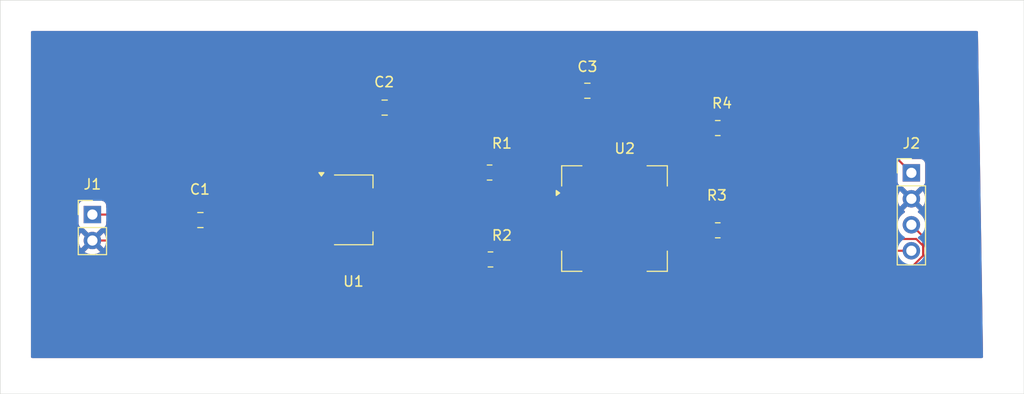
<source format=kicad_pcb>
(kicad_pcb (version 20241229) (generator "pcbnew") (generator_version "9.0")
  (layers (0 "F.Cu" signal) (2 "B.Cu" signal) (13 "F.Paste" user) (15 "B.Paste" user) (5 "F.SilkS" user "F.Silkscreen") (7 "B.SilkS" user "B.Silkscreen") (1 "F.Mask" user) (3 "B.Mask" user) (25 "Edge.Cuts" user))
  (net 0 "")
  (net 1 "Net-(J1-Pin_1)")
  (net 2 "GND")
  (net 3 "+3.3V")
  (net 4 "Net-(J2-Pin_4)")
  (net 5 "Net-(J2-Pin_3)")
  (net 6 "Net-(U1-VO)")
  (footprint "Capacitor_SMD:C_0805_2012Metric" (layer "F.Cu") (at 130.05 101.5)
    (property "Reference" "C2" (at -0.05 -2.5 0) (layer "F.SilkS"))
    (property "Value" "10uF")
    (fp_line (start -0.261252 -0.735) (end 0.261252 -0.735) (stroke (width 0.12)) (layer "F.SilkS"))
    (fp_line (start -0.261252 0.735) (end 0.261252 0.735) (stroke (width 0.12)) (layer "F.SilkS"))
    (pad "1" smd roundrect (at -0.95 0) (size 1 1.45) (layers "F.Cu" "F.Mask" "F.Paste") (net 2 "GND"))
    (pad "2" smd roundrect (at 0.95 0) (size 1 1.45) (layers "F.Cu" "F.Mask" "F.Paste") (net 3 "+3.3V"))
  )
  (footprint "Resistor_SMD:R_0805_2012Metric" (layer "F.Cu") (at 162.5875 113.5)
    (property "Reference" "R3" (at -0.0875 -3.42 0) (layer "F.SilkS"))
    (property "Value" "4.7k")
    (fp_line (start -0.227064 -0.735) (end 0.227064 -0.735) (stroke (width 0.12)) (layer "F.SilkS"))
    (fp_line (start -0.227064 0.735) (end 0.227064 0.735) (stroke (width 0.12)) (layer "F.SilkS"))
    (pad "1" smd roundrect (at -0.9125 0) (size 1.025 1.4) (layers "F.Cu" "F.Mask" "F.Paste") (roundrect_rratio 0.243902) (net 3 "+3.3V"))
    (pad "2" smd roundrect (at 0.9125 0) (size 1.025 1.4) (layers "F.Cu" "F.Mask" "F.Paste") (roundrect_rratio 0.243902) (net 4 "Net-(J2-Pin_4)"))
  )
  (footprint "Capacitor_SMD:C_0805_2012Metric" (layer "F.Cu") (at 112.05 112.5)
    (property "Reference" "C1" (at -0.05 -3 0) (layer "F.SilkS"))
    (property "Value" "10uF")
    (fp_line (start -0.261252 -0.735) (end 0.261252 -0.735) (stroke (width 0.12)) (layer "F.SilkS"))
    (fp_line (start -0.261252 0.735) (end 0.261252 0.735) (stroke (width 0.12)) (layer "F.SilkS"))
    (pad "1" smd roundrect (at -0.95 0) (size 1 1.45) (layers "F.Cu" "F.Mask" "F.Paste") (net 1 "Net-(J1-Pin_1)"))
    (pad "2" smd roundrect (at 0.95 0) (size 1 1.45) (layers "F.Cu" "F.Mask" "F.Paste") (net 2 "GND"))
  )
  (footprint "Package_TO_SOT_SMD:SOT-223-3_TabPin2" (layer "F.Cu") (at 127 111.5)
    (property "Reference" "U1" (at 0 7 0) (layer "F.SilkS"))
    (property "Value" "LM317_SOT-223")
    (fp_line (start -1.85 -3.41) (end 1.91 -3.41) (stroke (width 0.12)) (layer "F.SilkS"))
    (fp_line (start -1.85 3.41) (end 1.91 3.41) (stroke (width 0.12)) (layer "F.SilkS"))
    (fp_line (start 1.91 -3.41) (end 1.91 -2.15) (stroke (width 0.12)) (layer "F.SilkS"))
    (fp_line (start 1.91 3.41) (end 1.91 2.15) (stroke (width 0.12)) (layer "F.SilkS"))
    (fp_poly (pts (xy -3.13 -3.31) (xy -3.37 -3.64) (xy -2.89 -3.64) (xy -3.13 -3.31)) (stroke (width 0.12)) (fill yes) (layer "F.SilkS"))
    (pad "1" smd roundrect (at -3.15 -2.3) (size 2 1.5) (layers "F.Cu" "F.Mask" "F.Paste") (net 3 "+3.3V"))
    (pad "2" smd roundrect (at -3.15 0) (size 2 1.5) (layers "F.Cu" "F.Mask" "F.Paste") (net 6 "Net-(U1-VO)"))
    (pad "2" smd roundrect (at 3.15 0) (size 2 3.8) (layers "F.Cu" "F.Mask" "F.Paste") (net 6 "Net-(U1-VO)"))
    (pad "3" smd roundrect (at -3.15 2.3) (size 2 1.5) (layers "F.Cu" "F.Mask" "F.Paste") (net 1 "Net-(J1-Pin_1)"))
  )
  (footprint "Connector_PinHeader_2.54mm:PinHeader_1x02_P2.54mm_Vertical" (layer "F.Cu") (at 101.5 111.96)
    (property "Reference" "J1" (at 0 -2.96 0) (layer "F.SilkS"))
    (property "Value" "Conn_01x02")
    (fp_line (start -1.38 -1.38) (end 0 -1.38) (stroke (width 0.12)) (layer "F.SilkS"))
    (fp_line (start -1.38 0) (end -1.38 -1.38) (stroke (width 0.12)) (layer "F.SilkS"))
    (fp_line (start -1.38 1.27) (end -1.38 3.92) (stroke (width 0.12)) (layer "F.SilkS"))
    (fp_line (start -1.38 1.27) (end 1.38 1.27) (stroke (width 0.12)) (layer "F.SilkS"))
    (fp_line (start -1.38 3.92) (end 1.38 3.92) (stroke (width 0.12)) (layer "F.SilkS"))
    (fp_line (start 1.38 1.27) (end 1.38 3.92) (stroke (width 0.12)) (layer "F.SilkS"))
    (pad "1" thru_hole rect (at 0 0) (size 1.7 1.7) (drill 1) (layers "*.Cu" "*.Mask") (net 1 "Net-(J1-Pin_1)"))
    (pad "2" thru_hole circle (at 0 2.54) (size 1.7 1.7) (drill 1) (layers "*.Cu" "*.Mask") (net 2 "GND"))
  )
  (footprint "Capacitor_SMD:C_0805_2012Metric" (layer "F.Cu") (at 149.85 99.85)
    (property "Reference" "C3" (at 0 -2.35 0) (layer "F.SilkS"))
    (property "Value" "10uF")
    (fp_line (start -0.261252 -0.735) (end 0.261252 -0.735) (stroke (width 0.12)) (layer "F.SilkS"))
    (fp_line (start -0.261252 0.735) (end 0.261252 0.735) (stroke (width 0.12)) (layer "F.SilkS"))
    (pad "1" smd roundrect (at -0.95 0) (size 1 1.45) (layers "F.Cu" "F.Mask" "F.Paste") (net 3 "+3.3V"))
    (pad "2" smd roundrect (at 0.95 0) (size 1 1.45) (layers "F.Cu" "F.Mask" "F.Paste") (net 2 "GND"))
  )
  (footprint "Connector_PinHeader_2.54mm:PinHeader_1x04_P2.54mm_Vertical" (layer "F.Cu") (at 181.5 107.88)
    (property "Reference" "J2" (at 0 -2.88 0) (layer "F.SilkS"))
    (property "Value" "Conn_01x04")
    (fp_line (start -1.38 -1.38) (end 0 -1.38) (stroke (width 0.12)) (layer "F.SilkS"))
    (fp_line (start -1.38 0) (end -1.38 -1.38) (stroke (width 0.12)) (layer "F.SilkS"))
    (fp_line (start -1.38 1.27) (end -1.38 9) (stroke (width 0.12)) (layer "F.SilkS"))
    (fp_line (start -1.38 1.27) (end 1.38 1.27) (stroke (width 0.12)) (layer "F.SilkS"))
    (fp_line (start -1.38 9) (end 1.38 9) (stroke (width 0.12)) (layer "F.SilkS"))
    (fp_line (start 1.38 1.27) (end 1.38 9) (stroke (width 0.12)) (layer "F.SilkS"))
    (pad "1" thru_hole rect (at 0 0) (size 1.7 1.7) (drill 1) (layers "*.Cu" "*.Mask") (net 3 "+3.3V"))
    (pad "2" thru_hole circle (at 0 2.54) (size 1.7 1.7) (drill 1) (layers "*.Cu" "*.Mask") (net 2 "GND"))
    (pad "3" thru_hole circle (at 0 5.08) (size 1.7 1.7) (drill 1) (layers "*.Cu" "*.Mask") (net 5 "Net-(J2-Pin_3)"))
    (pad "4" thru_hole circle (at 0 7.62) (size 1.7 1.7) (drill 1) (layers "*.Cu" "*.Mask") (net 4 "Net-(J2-Pin_4)"))
  )
  (footprint "Resistor_SMD:R_0805_2012Metric" (layer "F.Cu") (at 140.3 107.85)
    (property "Reference" "R1" (at 1.2 -2.85 0) (layer "F.SilkS"))
    (property "Value" "240")
    (fp_line (start -0.227064 -0.735) (end 0.227064 -0.735) (stroke (width 0.12)) (layer "F.SilkS"))
    (fp_line (start -0.227064 0.735) (end 0.227064 0.735) (stroke (width 0.12)) (layer "F.SilkS"))
    (pad "1" smd roundrect (at -0.9125 0) (size 1.025 1.4) (layers "F.Cu" "F.Mask" "F.Paste") (roundrect_rratio 0.243902) (net 6 "Net-(U1-VO)"))
    (pad "2" smd roundrect (at 0.9125 0) (size 1.025 1.4) (layers "F.Cu" "F.Mask" "F.Paste") (roundrect_rratio 0.243902) (net 3 "+3.3V"))
  )
  (footprint "Resistor_SMD:R_0805_2012Metric" (layer "F.Cu") (at 140.3875 116.35)
    (property "Reference" "R2" (at 1.1125 -2.35 0) (layer "F.SilkS"))
    (property "Value" "390")
    (fp_line (start -0.227064 -0.735) (end 0.227064 -0.735) (stroke (width 0.12)) (layer "F.SilkS"))
    (fp_line (start -0.227064 0.735) (end 0.227064 0.735) (stroke (width 0.12)) (layer "F.SilkS"))
    (pad "1" smd roundrect (at -0.9125 0) (size 1.025 1.4) (layers "F.Cu" "F.Mask" "F.Paste") (roundrect_rratio 0.243902) (net 3 "+3.3V"))
    (pad "2" smd roundrect (at 0.9125 0) (size 1.025 1.4) (layers "F.Cu" "F.Mask" "F.Paste") (roundrect_rratio 0.243902) (net 2 "GND"))
  )
  (footprint "Sensor:Sensirion_SCD4x-1EP_10.1x10.1mm_P1.25mm_EP4.8x4.8mm" (layer "F.Cu") (at 152.5 112.35)
    (property "Reference" "U2" (at 1 -6.85 0) (layer "F.SilkS"))
    (property "Value" "MMC5603")
    (fp_line (start -5.16 -5.16) (end -3.185 -5.16) (stroke (width 0.12)) (layer "F.SilkS"))
    (fp_line (start -5.16 -3.185) (end -5.16 -5.16) (stroke (width 0.12)) (layer "F.SilkS"))
    (fp_line (start -5.16 5.16) (end -5.16 3.185) (stroke (width 0.12)) (layer "F.SilkS"))
    (fp_line (start -3.185 5.16) (end -5.16 5.16) (stroke (width 0.12)) (layer "F.SilkS"))
    (fp_line (start 3.185 -5.16) (end 5.16 -5.16) (stroke (width 0.12)) (layer "F.SilkS"))
    (fp_line (start 5.16 -5.16) (end 5.16 -3.185) (stroke (width 0.12)) (layer "F.SilkS"))
    (fp_line (start 5.16 3.185) (end 5.16 5.16) (stroke (width 0.12)) (layer "F.SilkS"))
    (fp_line (start 5.16 5.16) (end 3.185 5.16) (stroke (width 0.12)) (layer "F.SilkS"))
    (fp_poly (pts (xy -5.36 -2.5) (xy -5.69 -2.26) (xy -5.69 -2.74)) (stroke (width 0.12)) (fill yes) (layer "F.SilkS"))
    (pad "1" smd roundrect (at -4.15 -2.5) (size 1.9 0.85) (layers "F.Cu" "F.Mask" "F.Paste"))
    (pad "2" smd roundrect (at -4.15 -1.25) (size 1.9 0.85) (layers "F.Cu" "F.Mask" "F.Paste"))
    (pad "3" smd roundrect (at -4.15 0) (size 1.9 0.85) (layers "F.Cu" "F.Mask" "F.Paste"))
    (pad "4" smd roundrect (at -4.15 1.25) (size 1.9 0.85) (layers "F.Cu" "F.Mask" "F.Paste"))
    (pad "5" smd roundrect (at -4.15 2.5) (size 1.9 0.85) (layers "F.Cu" "F.Mask" "F.Paste"))
    (pad "6" smd roundrect (at -2.5 4.15) (size 0.85 1.9) (layers "F.Cu" "F.Mask" "F.Paste") (net 2 "GND"))
    (pad "7" smd roundrect (at -1.25 4.15) (size 0.85 1.9) (layers "F.Cu" "F.Mask" "F.Paste") (net 3 "+3.3V"))
    (pad "8" smd roundrect (at 0 4.15) (size 0.85 1.9) (layers "F.Cu" "F.Mask" "F.Paste"))
    (pad "9" smd roundrect (at 1.25 4.15) (size 0.85 1.9) (layers "F.Cu" "F.Mask" "F.Paste") (net 5 "Net-(J2-Pin_3)"))
    (pad "10" smd roundrect (at 2.5 4.15) (size 0.85 1.9) (layers "F.Cu" "F.Mask" "F.Paste") (net 4 "Net-(J2-Pin_4)"))
    (pad "11" smd roundrect (at 4.15 2.5) (size 1.9 0.85) (layers "F.Cu" "F.Mask" "F.Paste"))
    (pad "12" smd roundrect (at 4.15 1.25) (size 1.9 0.85) (layers "F.Cu" "F.Mask" "F.Paste"))
    (pad "13" smd roundrect (at 4.15 0) (size 1.9 0.85) (layers "F.Cu" "F.Mask" "F.Paste"))
    (pad "14" smd roundrect (at 4.15 -1.25) (size 1.9 0.85) (layers "F.Cu" "F.Mask" "F.Paste"))
    (pad "15" smd roundrect (at 4.15 -2.5) (size 1.9 0.85) (layers "F.Cu" "F.Mask" "F.Paste"))
    (pad "16" smd roundrect (at 2.5 -4.15) (size 0.85 1.9) (layers "F.Cu" "F.Mask" "F.Paste"))
    (pad "17" smd roundrect (at 1.25 -4.15) (size 0.85 1.9) (layers "F.Cu" "F.Mask" "F.Paste"))
    (pad "18" smd roundrect (at 0 -4.15) (size 0.85 1.9) (layers "F.Cu" "F.Mask" "F.Paste"))
    (pad "19" smd roundrect (at -1.25 -4.15) (size 0.85 1.9) (layers "F.Cu" "F.Mask" "F.Paste") (net 3 "+3.3V"))
    (pad "20" smd roundrect (at -2.5 -4.15) (size 0.85 1.9) (layers "F.Cu" "F.Mask" "F.Paste") (net 2 "GND"))
    (pad "21" smd rect (at 0 0) (size 4.8 4.8) (property pad_prop_heatsink) (layers "F.Cu" "F.Mask") (net 2 "GND"))
  )
  (footprint "Resistor_SMD:R_0805_2012Metric" (layer "F.Cu") (at 162.5875 103.5)
    (property "Reference" "R4" (at 0.4125 -2.42 0) (layer "F.SilkS"))
    (property "Value" "4.7k")
    (fp_line (start -0.227064 -0.735) (end 0.227064 -0.735) (stroke (width 0.12)) (layer "F.SilkS"))
    (fp_line (start -0.227064 0.735) (end 0.227064 0.735) (stroke (width 0.12)) (layer "F.SilkS"))
    (pad "1" smd roundrect (at -0.9125 0) (size 1.025 1.4) (layers "F.Cu" "F.Mask" "F.Paste") (roundrect_rratio 0.243902) (net 3 "+3.3V"))
    (pad "2" smd roundrect (at 0.9125 0) (size 1.025 1.4) (layers "F.Cu" "F.Mask" "F.Paste") (roundrect_rratio 0.243902) (net 5 "Net-(J2-Pin_3)"))
  )
  (gr_rect (start 92.5 91) (end 192.5 129.5) (stroke (width 0.05)) (fill no) (layer "Edge.Cuts"))
  (segment (start 101.5 111.96) (end 110.56 111.96) (width 0.2) (layer "F.Cu") (net 1))
  (segment (start 121.524 111.474) (end 123.85 113.8) (width 0.2) (layer "F.Cu") (net 1))
  (segment (start 110.56 111.96) (end 111.1 112.5) (width 0.2) (layer "F.Cu") (net 1))
  (segment (start 112.126 111.474) (end 121.524 111.474) (width 0.2) (layer "F.Cu") (net 1))
  (segment (start 111.1 112.5) (end 112.126 111.474) (width 0.2) (layer "F.Cu") (net 1))
  (segment (start 149.774 98.824) (end 150.8 99.85) (width 0.2) (layer "F.Cu") (net 2))
  (segment (start 150 108.2) (end 148.099 106.299) (width 0.2) (layer "F.Cu") (net 2))
  (segment (start 101.5 114.5) (end 111 114.5) (width 0.2) (layer "F.Cu") (net 2))
  (segment (start 148.41484 98.824) (end 149.774 98.824) (width 0.2) (layer "F.Cu") (net 2))
  (segment (start 148.099 99.13984) (end 148.41484 98.824) (width 0.2) (layer "F.Cu") (net 2))
  (segment (start 148.099 106.299) (end 148.099 99.13984) (width 0.2) (layer "F.Cu") (net 2))
  (segment (start 111 114.5) (end 113 112.5) (width 0.2) (layer "F.Cu") (net 2))
  (segment (start 165.175 100) (end 168 100) (width 0.2) (layer "F.Cu") (net 3))
  (segment (start 161.675 103.5) (end 165.175 100) (width 0.2) (layer "F.Cu") (net 3))
  (segment (start 161.204 113.029) (end 161.675 113.5) (width 0.2) (layer "F.Cu") (net 3))
  (segment (start 180.039 106.419) (end 181.5 107.88) (width 0.2) (layer "F.Cu") (net 3))
  (segment (start 151.774 109.156086) (end 151.281086 109.649) (width 0.2) (layer "F.Cu") (net 3))
  (segment (start 158.449 103.5) (end 155 106.949) (width 0.2) (layer "F.Cu") (net 3))
  (segment (start 151.25 117.449999) (end 151.25 116.5) (width 0.2) (layer "F.Cu") (net 3))
  (segment (start 123.85 109.2) (end 123.85 108.65) (width 0.2) (layer "F.Cu") (net 3))
  (segment (start 150.948999 117.751) (end 151.25 117.449999) (width 0.2) (layer "F.Cu") (net 3))
  (segment (start 168.676 106.419) (end 180.039 106.419) (width 0.2) (layer "F.Cu") (net 3))
  (segment (start 161.675 113.5) (end 161.675 113.192914) (width 0.2) (layer "F.Cu") (net 3))
  (segment (start 141.2125 107.85) (end 141.2125 109.394586) (width 0.2) (layer "F.Cu") (net 3))
  (segment (start 151.25 102.2) (end 151.25 108.2) (width 0.2) (layer "F.Cu") (net 3))
  (segment (start 148.9 99.85) (end 151.25 102.2) (width 0.2) (layer "F.Cu") (net 3))
  (segment (start 151.25 115.452) (end 151.25 116.5) (width 0.2) (layer "F.Cu") (net 3))
  (segment (start 149.799 115.051) (end 150.849 115.051) (width 0.2) (layer "F.Cu") (net 3))
  (segment (start 168 100) (end 168.676 100.676) (width 0.2) (layer "F.Cu") (net 3))
  (segment (start 131 101.5) (end 134.8625 101.5) (width 0.2) (layer "F.Cu") (net 3))
  (segment (start 150.233086 109.649) (end 151.25 109.649) (width 0.2) (layer "F.Cu") (net 3))
  (segment (start 151.774 107.243914) (end 151.774 109.156086) (width 0.2) (layer "F.Cu") (net 3))
  (segment (start 150.849 115.051) (end 151.25 115.452) (width 0.2) (layer "F.Cu") (net 3))
  (segment (start 168.676 100.676) (end 168.676 106.419) (width 0.2) (layer "F.Cu") (net 3))
  (segment (start 149.568914 117.751) (end 150.948999 117.751) (width 0.2) (layer "F.Cu") (net 3))
  (segment (start 149.799 109.649) (end 149.799 115.051) (width 0.2) (layer "F.Cu") (net 3))
  (segment (start 161.675 103.5) (end 158.449 103.5) (width 0.2) (layer "F.Cu") (net 3))
  (segment (start 123.85 108.65) (end 131 101.5) (width 0.2) (layer "F.Cu") (net 3))
  (segment (start 161.675 113.192914) (end 155.431086 106.949) (width 0.2) (layer "F.Cu") (net 3))
  (segment (start 139.475 109.5875) (end 141.2125 107.85) (width 0.2) (layer "F.Cu") (net 3))
  (segment (start 149.799 109.649) (end 150.233086 109.649) (width 0.2) (layer "F.Cu") (net 3))
  (segment (start 141.2125 109.394586) (end 149.568914 117.751) (width 0.2) (layer "F.Cu") (net 3))
  (segment (start 151.281086 109.649) (end 149.799 109.649) (width 0.2) (layer "F.Cu") (net 3))
  (segment (start 151.25 109.649) (end 151.25 108.2) (width 0.2) (layer "F.Cu") (net 3))
  (segment (start 139.475 116.35) (end 139.475 109.5875) (width 0.2) (layer "F.Cu") (net 3))
  (segment (start 134.8625 101.5) (end 141.2125 107.85) (width 0.2) (layer "F.Cu") (net 3))
  (segment (start 155.431086 106.949) (end 155 106.949) (width 0.2) (layer "F.Cu") (net 3))
  (segment (start 152.068914 106.949) (end 151.774 107.243914) (width 0.2) (layer "F.Cu") (net 3))
  (segment (start 155 106.949) (end 152.068914 106.949) (width 0.2) (layer "F.Cu") (net 3))
  (segment (start 151.25 108.2) (end 151.25 107.767914) (width 0.2) (layer "F.Cu") (net 3))
  (segment (start 165.5 115.5) (end 163.5 117.5) (width 0.2) (layer "F.Cu") (net 4))
  (segment (start 163.5 113.5) (end 163.5 117.5) (width 0.2) (layer "F.Cu") (net 4))
  (segment (start 163.5 117.5) (end 163 118) (width 0.2) (layer "F.Cu") (net 4))
  (segment (start 156.5 118) (end 155 116.5) (width 0.2) (layer "F.Cu") (net 4))
  (segment (start 163 118) (end 156.5 118) (width 0.2) (layer "F.Cu") (net 4))
  (segment (start 181.5 115.5) (end 165.5 115.5) (width 0.2) (layer "F.Cu") (net 4))
  (segment (start 163.5 103.5) (end 174.349 114.349) (width 0.2) (layer "F.Cu") (net 5))
  (segment (start 168.42 119.5) (end 169.5 118.42) (width 0.2) (layer "F.Cu") (net 5))
  (segment (start 155.800001 119.5) (end 153.75 117.449999) (width 0.2) (layer "F.Cu") (net 5))
  (segment (start 182.651 114.111) (end 181.5 112.96) (width 0.2) (layer "F.Cu") (net 5))
  (segment (start 153.75 117.449999) (end 153.75 116.5) (width 0.2) (layer "F.Cu") (net 5))
  (segment (start 182.651 115.97676) (end 182.651 114.111) (width 0.2) (layer "F.Cu") (net 5))
  (segment (start 181.97676 114.349) (end 182.651 115.02324) (width 0.2) (layer "F.Cu") (net 5))
  (segment (start 182.651 115.02324) (end 182.651 115.97676) (width 0.2) (layer "F.Cu") (net 5))
  (segment (start 169.5 118.42) (end 180.20776 118.42) (width 0.2) (layer "F.Cu") (net 5))
  (segment (start 174.349 114.349) (end 181.97676 114.349) (width 0.2) (layer "F.Cu") (net 5))
  (segment (start 168.42 119.5) (end 155.800001 119.5) (width 0.2) (layer "F.Cu") (net 5))
  (segment (start 182.651 115.97676) (end 180.20776 118.42) (width 0.2) (layer "F.Cu") (net 5))
  (segment (start 130.15 111.5) (end 133.8 107.85) (width 0.2) (layer "F.Cu") (net 6))
  (segment (start 133.8 107.85) (end 139.3875 107.85) (width 0.2) (layer "F.Cu") (net 6))
  (zone (net 2) (net_name "GND") (layer "F.Cu") (connect_pads (clearance 0.5)) (min_thickness 0.25) (fill yes (thermal_gap 0.5) (thermal_bridge_width 0.5))
    (polygon (pts (xy 95.5 94) (xy 188 94) (xy 188.5 126) (xy 95.5 126)))
  )
  (zone (net 2) (net_name "GND") (layer "B.Cu") (priority 1) (connect_pads (clearance 0.5)) (min_thickness 0.25) (fill yes (thermal_gap 0.5) (thermal_bridge_width 0.5))
    (polygon (pts (xy 95.5 94) (xy 95.5 126) (xy 188.5 126) (xy 188 94)))
  )
)
</source>
